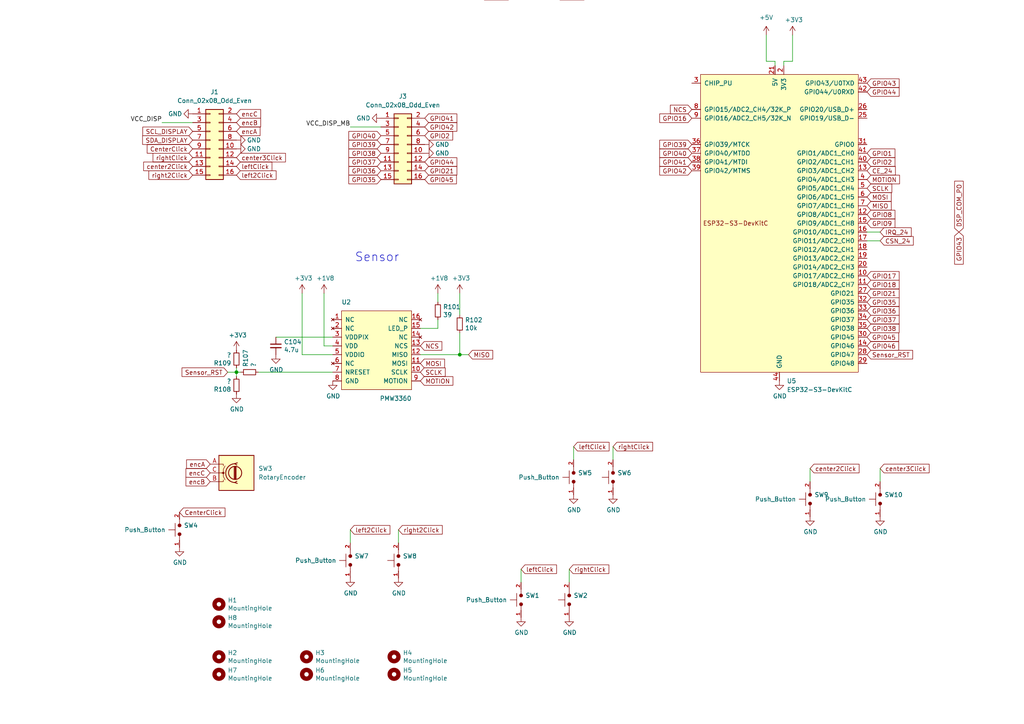
<source format=kicad_sch>
(kicad_sch (version 20250114) (generator "eeschema") (generator_version "9.0")
  (paper "A4")
  (lib_symbols
    (symbol "Connector:Conn_01x06_Pin" (pin_names (offset 1.016) (hide yes))
      (property "Reference" "J" (at 0 7.62 0))
      (property "Value" "Conn_01x06_Pin" (at 0 -10.16 0))
      (symbol "Conn_01x06_Pin_1_1"
        (pin passive line (at 5.08 5.08 180) (length 3.81) (name "Pin_1") (number "1"))
        (pin passive line (at 5.08 2.54 180) (length 3.81) (name "Pin_2") (number "2"))
        (pin passive line (at 5.08 0 180) (length 3.81) (name "Pin_3") (number "3"))
        (pin passive line (at 5.08 -2.54 180) (length 3.81) (name "Pin_4") (number "4"))
        (pin passive line (at 5.08 -5.08 180) (length 3.81) (name "Pin_5") (number "5"))
        (pin passive line (at 5.08 -7.62 180) (length 3.81) (name "Pin_6") (number "6"))
      )
    )
    (symbol "Connector_Generic:Conn_01x02" (pin_names (offset 1.016) (hide yes))
      (property "Reference" "J" (at 0 2.54 0))
      (property "Value" "Conn_01x02" (at 0 -5.08 0))
      (symbol "Conn_01x02_1_1"
        (pin passive line (at -5.08 0 0) (length 3.81) (name "Pin_1") (number "1"))
        (pin passive line (at -5.08 -2.54 0) (length 3.81) (name "Pin_2") (number "2"))
      )
    )
    (symbol "Connector_Generic:Conn_02x08_Odd_Even" (pin_names (offset 1.016) (hide yes))
      (property "Reference" "J" (at 1.27 10.16 0))
      (property "Value" "Conn_02x08_Odd_Even" (at 1.27 -12.7 0))
      (symbol "Conn_02x08_Odd_Even_1_1"
        (pin passive line (at -5.08 7.62 0) (length 3.81) (name "Pin_1") (number "1"))
        (pin passive line (at -5.08 5.08 0) (length 3.81) (name "Pin_3") (number "3"))
        (pin passive line (at -5.08 2.54 0) (length 3.81) (name "Pin_5") (number "5"))
        (pin passive line (at -5.08 0 0) (length 3.81) (name "Pin_7") (number "7"))
        (pin passive line (at -5.08 -2.54 0) (length 3.81) (name "Pin_9") (number "9"))
        (pin passive line (at -5.08 -5.08 0) (length 3.81) (name "Pin_11") (number "11"))
        (pin passive line (at -5.08 -7.62 0) (length 3.81) (name "Pin_13") (number "13"))
        (pin passive line (at -5.08 -10.16 0) (length 3.81) (name "Pin_15") (number "15"))
        (pin passive line (at 7.62 7.62 180) (length 3.81) (name "Pin_2") (number "2"))
        (pin passive line (at 7.62 5.08 180) (length 3.81) (name "Pin_4") (number "4"))
        (pin passive line (at 7.62 2.54 180) (length 3.81) (name "Pin_6") (number "6"))
        (pin passive line (at 7.62 0 180) (length 3.81) (name "Pin_8") (number "8"))
        (pin passive line (at 7.62 -2.54 180) (length 3.81) (name "Pin_10") (number "10"))
        (pin passive line (at 7.62 -5.08 180) (length 3.81) (name "Pin_12") (number "12"))
        (pin passive line (at 7.62 -7.62 180) (length 3.81) (name "Pin_14") (number "14"))
        (pin passive line (at 7.62 -10.16 180) (length 3.81) (name "Pin_16") (number "16"))
      )
    )
    (symbol "Device:C" (pin_numbers (hide yes)) (pin_names (offset 0.254))
      (property "Reference" "C" (at 0.635 2.54 0))
      (property "Value" "C" (at 0.635 -2.54 0))
      (symbol "C_1_1"
        (pin passive line (at 0 3.81 270) (length 2.794) (name "~") (number "1"))
        (pin passive line (at 0 -3.81 90) (length 2.794) (name "~") (number "2"))
      )
    )
    (symbol "Device:C_Small" (pin_numbers (hide yes)) (pin_names (offset 0.254) (hide yes))
      (property "Reference" "C" (at 0.254 1.778 0))
      (property "Value" "C_Small" (at 0.254 -2.032 0))
      (symbol "C_Small_1_1"
        (pin passive line (at 0 2.54 270) (length 2.032) (name "~") (number "1"))
        (pin passive line (at 0 -2.54 90) (length 2.032) (name "~") (number "2"))
      )
    )
    (symbol "Device:R_Small" (pin_numbers (hide yes)) (pin_names (offset 0.254) (hide yes))
      (property "Reference" "R" (at 0.762 0.508 0))
      (property "Value" "R_Small" (at 0.762 -1.016 0))
      (symbol "R_Small_1_1"
        (pin passive line (at 0 2.54 270) (length 0.762) (name "~") (number "1"))
        (pin passive line (at 0 -2.54 90) (length 0.762) (name "~") (number "2"))
      )
    )
    (symbol "Device:RotaryEncoder" (pin_names (offset 0.254) (hide yes))
      (property "Reference" "SW" (at 0 6.604 0))
      (property "Value" "RotaryEncoder" (at 0 -6.604 0))
      (symbol "RotaryEncoder_1_1"
        (pin passive line (at -7.62 2.54 0) (length 2.54) (name "A") (number "A"))
        (pin passive line (at -7.62 0 0) (length 2.54) (name "C") (number "C"))
        (pin passive line (at -7.62 -2.54 0) (length 2.54) (name "B") (number "B"))
      )
    )
    (symbol "Mechanical:MountingHole" (pin_names (offset 1.016)) (exclude_from_sim yes) (in_bom no)
      (property "Reference" "H" (at 0 5.08 0))
      (property "Value" "MountingHole" (at 0 3.175 0))
    )
    (symbol "PCM_Espressif:ESP32-S3-DevKitC" (pin_names (offset 1.016))
      (property "Reference" "U" (at -22.86 48.26 0))
      (property "Value" "ESP32-S3-DevKitC" (at -22.86 45.72 0))
      (symbol "ESP32-S3-DevKitC_0_0"
        (text "ESP32-S3-DevKitC" (at -12.7 0 0) (effects (font (size 1.27 1.27))))
        (pin bidirectional line (at -25.4 15.24 0) (length 2.54) (name "GPIO42/MTMS") (number "39"))
        (pin power_in line (at 0 -45.72 90) (length 2.54) (name "GND") (number "44"))
        (pin bidirectional line (at 25.4 40.64 180) (length 2.54) (name "GPIO43/U0TXD") (number "43"))
        (pin bidirectional line (at 25.4 38.1 180) (length 2.54) (name "GPIO44/U0RXD") (number "42"))
        (pin bidirectional line (at 25.4 20.32 180) (length 2.54) (name "GPIO1/ADC1_CH0") (number "41"))
        (pin bidirectional line (at 25.4 17.78 180) (length 2.54) (name "GPIO2/ADC1_CH1") (number "40"))
        (pin bidirectional line (at 25.4 -10.16 180) (length 2.54) (name "GPIO13/ADC2_CH2") (number "19"))
        (pin bidirectional line (at 25.4 -35.56 180) (length 2.54) (name "GPIO46") (number "14"))
      )
      (symbol "ESP32-S3-DevKitC_0_1"
        (pin power_in line (at 1.27 45.72 270) (length 2.54) (name "3V3") (number "2"))
      )
      (symbol "ESP32-S3-DevKitC_1_1"
        (pin input line (at -25.4 40.64 0) (length 2.54) (name "CHIP_PU") (number "3"))
        (pin bidirectional line (at -25.4 33.02 0) (length 2.54) (name "GPIO15/ADC2_CH4/32K_P") (number "8"))
        (pin bidirectional line (at -25.4 30.48 0) (length 2.54) (name "GPIO16/ADC2_CH5/32K_N") (number "9"))
        (pin bidirectional line (at -25.4 22.86 0) (length 2.54) (name "GPIO39/MTCK") (number "36"))
        (pin bidirectional line (at -25.4 20.32 0) (length 2.54) (name "GPIO40/MTDO") (number "37"))
        (pin bidirectional line (at -25.4 17.78 0) (length 2.54) (name "GPIO41/MTDI") (number "38"))
        (pin power_in line (at -1.27 45.72 270) (length 2.54) (name "5V") (number "21"))
        (pin passive line (at 0 -45.72 90) (length 2.54) (hide yes) (name "GND") (number "22"))
        (pin passive line (at 0 -45.72 90) (length 2.54) (hide yes) (name "GND") (number "23"))
        (pin passive line (at 0 -45.72 90) (length 2.54) (hide yes) (name "GND") (number "24"))
        (pin passive line (at 1.27 45.72 270) (length 2.54) (hide yes) (name "3V3") (number "1"))
        (pin bidirectional line (at 25.4 33.02 180) (length 2.54) (name "GPIO20/USB_D+") (number "26"))
        (pin bidirectional line (at 25.4 30.48 180) (length 2.54) (name "GPIO19/USB_D-") (number "25"))
        (pin bidirectional line (at 25.4 22.86 180) (length 2.54) (name "GPIO0") (number "31"))
        (pin bidirectional line (at 25.4 15.24 180) (length 2.54) (name "GPIO3/ADC1_CH2") (number "13"))
        (pin bidirectional line (at 25.4 12.7 180) (length 2.54) (name "GPIO4/ADC1_CH3") (number "4"))
        (pin bidirectional line (at 25.4 10.16 180) (length 2.54) (name "GPIO5/ADC1_CH4") (number "5"))
        (pin bidirectional line (at 25.4 7.62 180) (length 2.54) (name "GPIO6/ADC1_CH5") (number "6"))
        (pin bidirectional line (at 25.4 5.08 180) (length 2.54) (name "GPIO7/ADC1_CH6") (number "7"))
        (pin bidirectional line (at 25.4 2.54 180) (length 2.54) (name "GPIO8/ADC1_CH7") (number "12"))
        (pin bidirectional line (at 25.4 0 180) (length 2.54) (name "GPIO9/ADC1_CH8") (number "15"))
        (pin bidirectional line (at 25.4 -2.54 180) (length 2.54) (name "GPIO10/ADC1_CH9") (number "16"))
        (pin bidirectional line (at 25.4 -5.08 180) (length 2.54) (name "GPIO11/ADC2_CH0") (number "17"))
        (pin bidirectional line (at 25.4 -7.62 180) (length 2.54) (name "GPIO12/ADC2_CH1") (number "18"))
        (pin bidirectional line (at 25.4 -12.7 180) (length 2.54) (name "GPIO14/ADC2_CH3") (number "20"))
        (pin bidirectional line (at 25.4 -15.24 180) (length 2.54) (name "GPIO17/ADC2_CH6") (number "10"))
        (pin bidirectional line (at 25.4 -17.78 180) (length 2.54) (name "GPIO18/ADC2_CH7") (number "11"))
        (pin bidirectional line (at 25.4 -20.32 180) (length 2.54) (name "GPIO21") (number "27"))
        (pin bidirectional line (at 25.4 -22.86 180) (length 2.54) (name "GPIO35") (number "32"))
        (pin bidirectional line (at 25.4 -25.4 180) (length 2.54) (name "GPIO36") (number "33"))
        (pin bidirectional line (at 25.4 -27.94 180) (length 2.54) (name "GPIO37") (number "34"))
        (pin bidirectional line (at 25.4 -30.48 180) (length 2.54) (name "GPIO38") (number "35"))
        (pin bidirectional line (at 25.4 -33.02 180) (length 2.54) (name "GPIO45") (number "30"))
        (pin bidirectional line (at 25.4 -38.1 180) (length 2.54) (name "GPIO47") (number "28"))
        (pin bidirectional line (at 25.4 -40.64 180) (length 2.54) (name "GPIO48") (number "29"))
      )
    )
    (symbol "PCM_SL_Devices:Push_Button"
      (property "Reference" "SW" (at 0 6.35 0))
      (property "Value" "Push_Button" (at 0 4.445 0))
      (symbol "Push_Button_1_1"
        (pin passive line (at -5.08 0 0) (length 2) (name "") (number "1"))
        (pin passive line (at 5.08 0 180) (length 2) (name "") (number "2"))
      )
    )
    (symbol "PCM_Voltage_Regulator_AKL:AP130-33SA"
      (property "Reference" "U" (at 0 6.35 0))
      (property "Value" "AP130-33SA" (at 0 3.81 0))
      (symbol "AP130-33SA_0_0"
        (text "GND" (at 0 -2.54 0) (effects (font (size 1.27 1.27))))
      )
      (symbol "AP130-33SA_1_1"
        (pin power_in line (at -7.62 0 0) (length 2.54) (name "IN") (number "3"))
        (pin power_in line (at 0 -6.35 90) (length 2.54) (name "~") (number "1"))
        (pin power_out line (at 7.62 0 180) (length 2.54) (name "OUT") (number "2"))
      )
    )
    (symbol "PMW3360:PMW3360" (pin_names (offset 1.016))
      (property "Reference" "U" (at -10.16 15.24 0))
      (property "Value" "PMW3360" (at 10.16 -12.7 0))
      (symbol "PMW3360_0_0"
        (pin no_connect line (at -12.7 10.16 0) (length 2.54) (name "NC") (number "1"))
        (pin no_connect line (at -12.7 7.62 0) (length 2.54) (name "NC") (number "2"))
        (pin unspecified line (at -12.7 5.08 0) (length 2.54) (name "VDDPIX") (number "3"))
        (pin unspecified line (at -12.7 2.54 0) (length 2.54) (name "VDD") (number "4"))
        (pin unspecified line (at -12.7 0 0) (length 2.54) (name "VDDIO") (number "5"))
        (pin no_connect line (at -12.7 -2.54 0) (length 2.54) (name "NC") (number "6"))
        (pin unspecified line (at -12.7 -5.08 0) (length 2.54) (name "NRESET") (number "7"))
        (pin unspecified line (at -12.7 -7.62 0) (length 2.54) (name "GND") (number "8"))
        (pin no_connect line (at 12.7 10.16 180) (length 2.54) (name "NC") (number "16"))
        (pin unspecified line (at 12.7 7.62 180) (length 2.54) (name "LED_P") (number "15"))
        (pin no_connect line (at 12.7 5.08 180) (length 2.54) (name "NC") (number "14"))
        (pin unspecified line (at 12.7 2.54 180) (length 2.54) (name "NCS") (number "13"))
        (pin unspecified line (at 12.7 0 180) (length 2.54) (name "MISO") (number "12"))
        (pin unspecified line (at 12.7 -2.54 180) (length 2.54) (name "MOSI") (number "11"))
        (pin unspecified line (at 12.7 -5.08 180) (length 2.54) (name "SCLK") (number "10"))
        (pin unspecified line (at 12.7 -7.62 180) (length 2.54) (name "MOTION") (number "9"))
      )
    )
    (symbol "RF:NRF24L01_Breakout" (pin_names (offset 1.016))
      (property "Reference" "U" (at -8.89 12.7 0))
      (property "Value" "NRF24L01_Breakout" (at 3.81 12.7 0))
      (symbol "NRF24L01_Breakout_1_1"
        (pin input line (at -12.7 7.62 0) (length 3.81) (name "MOSI") (number "6"))
        (pin output line (at -12.7 5.08 0) (length 3.81) (name "MISO") (number "7"))
        (pin input clock (at -12.7 2.54 0) (length 3.81) (name "SCK") (number "5"))
        (pin input line (at -12.7 0 0) (length 3.81) (name "~{CSN}") (number "4"))
        (pin input line (at -12.7 -5.08 0) (length 3.81) (name "CE") (number "3"))
        (pin output line (at -12.7 -7.62 0) (length 3.81) (name "IRQ") (number "8"))
        (pin power_in line (at 0 15.24 270) (length 3.81) (name "VCC") (number "2"))
        (pin power_in line (at 0 -15.24 90) (length 3.81) (name "GND") (number "1"))
      )
    )
    (symbol "Regulator_Linear:TLV70218_SOT23-5" (pin_names (offset 0.254))
      (property "Reference" "U" (at -3.81 5.715 0))
      (property "Value" "TLV70218_SOT23-5" (at 0 5.715 0))
      (symbol "TLV70218_SOT23-5_1_1"
        (pin power_in line (at -7.62 2.54 0) (length 2.54) (name "IN") (number "1"))
        (pin input line (at -7.62 0 0) (length 2.54) (name "EN") (number "3"))
        (pin power_in line (at 0 -7.62 90) (length 2.54) (name "GND") (number "2"))
        (pin no_connect line (at 5.08 0 180) (length 2.54) (hide yes) (name "NC") (number "4"))
        (pin power_out line (at 7.62 2.54 180) (length 2.54) (name "OUT") (number "5"))
      )
    )
    (symbol "Regulator_Linear:TLV73333PDBV" (pin_names (offset 0.254))
      (property "Reference" "U" (at -3.81 5.715 0))
      (property "Value" "TLV73333PDBV" (at 0 5.715 0))
      (symbol "TLV73333PDBV_1_1"
        (pin power_in line (at -7.62 2.54 0) (length 2.54) (name "IN") (number "1"))
        (pin input line (at -7.62 0 0) (length 2.54) (name "EN") (number "3"))
        (pin power_in line (at 0 -7.62 90) (length 2.54) (name "GND") (number "2"))
        (pin no_connect line (at 5.08 0 180) (length 2.54) (hide yes) (name "NC") (number "4"))
        (pin power_out line (at 7.62 2.54 180) (length 2.54) (name "OUT") (number "5"))
      )
    )
    (symbol "SSD1306-128x64_OLED:SSD1306" (pin_names (offset 1.016))
      (property "Reference" "Brd" (at 0 -3.81 0))
      (property "Value" "SSD1306" (at 0 -1.27 0))
      (symbol "SSD1306_1_1"
        (pin input line (at -3.81 8.89 270) (length 2.54) (name "GND") (number "1"))
        (pin input line (at -1.27 8.89 270) (length 2.54) (name "VCC") (number "2"))
        (pin input line (at 1.27 8.89 270) (length 2.54) (name "SCL") (number "3"))
        (pin input line (at 3.81 8.89 270) (length 2.54) (name "SDA") (number "4"))
      )
    )
    (symbol "Trackball-rescue:+1V8-power" (power) (pin_names (offset 0))
      (property "Value" "power_+1V8" (at 0 3.556 0))
      (symbol "+1V8-power_1_1"
        (pin power_in line (at 0 0 90) (length 0) (hide yes) (name "+1V8") (number "1"))
      )
    )
    (symbol "Trackball-rescue:+3V3-power" (power) (pin_names (offset 0))
      (property "Value" "power_+3V3" (at 0 3.556 0))
      (symbol "+3V3-power_1_1"
        (pin power_in line (at 0 0 90) (length 0) (hide yes) (name "+3V3") (number "1"))
      )
    )
    (symbol "Trackball-rescue:GND-power" (power) (pin_names (offset 0))
      (property "Value" "power_GND" (at 0 -3.81 0))
      (symbol "GND-power_1_1"
        (pin power_in line (at 0 0 270) (length 0) (hide yes) (name "GND") (number "1"))
      )
    )
    (symbol "Transistor_FET:BSS83P" (pin_names (hide yes))
      (property "Reference" "Q" (at 5.08 1.905 0))
      (property "Value" "BSS83P" (at 5.08 0 0))
      (symbol "BSS83P_1_1"
        (pin input line (at -5.08 0 0) (length 2.54) (name "G") (number "1"))
        (pin passive line (at 2.54 5.08 270) (length 2.54) (name "D") (number "3"))
        (pin passive line (at 2.54 -5.08 90) (length 2.54) (name "S") (number "2"))
      )
    )
    (symbol "power:+5V" (power) (pin_numbers (hide yes)) (pin_names (offset 0) (hide yes))
      (property "Value" "+5V" (at 0 3.556 0))
      (symbol "+5V_1_1"
        (pin power_in line (at 0 0 90) (length 0) (name "~") (number "1"))
      )
    )
    (symbol "power:GND" (power) (pin_numbers (hide yes)) (pin_names (offset 0) (hide yes))
      (property "Value" "GND" (at 0 -3.81 0))
      (symbol "GND_1_1"
        (pin power_in line (at 0 0 270) (length 0) (name "~") (number "1"))
      )
    )
  )
  (text "Power" (at 41.148 -176.53 0) (effects (font (size 2.54 2.54)) (justify left bottom)))
  (text "Sensor" (at 102.87 76.2 0) (effects (font (size 2.54 2.54)) (justify left bottom)))
  (junction (at 96.52 -127))
  (junction (at 107.95 -138.43))
  (junction (at 31.75 -137.16))
  (junction (at 302.26 -43.18))
  (junction (at 54.61 -156.21))
  (junction (at 107.95 -158.75))
  (junction (at 35.56 -137.16))
  (junction (at 133.35 102.87))
  (junction (at 31.75 -156.21))
  (junction (at 88.9 -138.43))
  (junction (at 85.09 -158.75))
  (junction (at 68.58 107.95))
  (junction (at 54.61 -137.16))
  (junction (at 85.09 -138.43))
  (junction (at 43.18 -125.73))
  (wire (pts (xy 222.25 10.16) (xy 222.25 17.78)))
  (wire (pts (xy 133.35 85.09) (xy 133.35 91.44)))
  (wire (pts (xy 411.48 -26.67) (xy 411.48 -30.48)))
  (wire (pts (xy 121.92 95.25) (xy 127 95.25)))
  (wire (pts (xy 96.52 102.87) (xy 87.63 102.87)))
  (wire (pts (xy 85.09 -158.75) (xy 87.63 -158.75)))
  (wire (pts (xy 85.09 -158.75) (xy 85.09 -138.43)))
  (wire (pts (xy -13.97 -146.05) (xy -3.81 -146.05)))
  (wire (pts (xy 31.75 -125.73) (xy 43.18 -125.73)))
  (wire (pts (xy 410.21 -24.13) (xy 415.29 -24.13)))
  (wire (pts (xy -13.97 -140.97) (xy 11.43 -140.97)))
  (wire (pts (xy 222.25 17.78) (xy 224.79 17.78)))
  (wire (pts (xy 127 87.63) (xy 127 85.09)))
  (wire (pts (xy 107.95 -133.35) (xy 107.95 -127)))
  (wire (pts (xy 165.1 165.1) (xy 165.1 168.91)))
  (wire (pts (xy 151.13 165.1) (xy 151.13 168.91)))
  (wire (pts (xy 288.29 -43.18) (xy 292.1 -43.18)))
  (wire (pts (xy 31.75 -132.08) (xy 31.75 -125.73)))
  (wire (pts (xy 110.49 36.83) (xy 101.6 36.83)))
  (wire (pts (xy 177.8 129.54) (xy 177.8 133.35)))
  (wire (pts (xy 95.25 -48.26) (xy 95.25 -40.64)))
  (wire (pts (xy 86.36 -33.02) (xy 90.17 -33.02)))
  (wire (pts (xy 31.75 -156.21) (xy 35.56 -156.21)))
  (wire (pts (xy 127 95.25) (xy 127 92.71)))
  (wire (pts (xy 69.85 107.95) (xy 68.58 107.95)))
  (wire (pts (xy 55.88 35.56) (xy 46.99 35.56)))
  (wire (pts (xy 93.98 100.33) (xy 93.98 85.09)))
  (wire (pts (xy -13.97 -138.43) (xy 11.43 -138.43)))
  (wire (pts (xy 101.6 153.67) (xy 101.6 157.48)))
  (wire (pts (xy 54.61 -156.21) (xy 54.61 -137.16)))
  (wire (pts (xy 86.36 -41.91) (xy 86.36 -33.02)))
  (wire (pts (xy 68.58 107.95) (xy 68.58 106.68)))
  (wire (pts (xy 31.75 -156.21) (xy 31.75 -137.16)))
  (wire (pts (xy 133.35 96.52) (xy 133.35 102.87)))
  (wire (pts (xy 102.87 -158.75) (xy 107.95 -158.75)))
  (wire (pts (xy 68.58 107.95) (xy 68.58 109.22)))
  (wire (pts (xy 96.52 -128.27) (xy 96.52 -127)))
  (wire (pts (xy 410.21 -27.94) (xy 410.21 -24.13)))
  (wire (pts (xy 85.09 -138.43) (xy 88.9 -138.43)))
  (wire (pts (xy -13.97 -143.51) (xy 11.43 -143.51)))
  (wire (pts (xy 107.95 -127) (xy 96.52 -127)))
  (wire (pts (xy 88.9 -135.89) (xy 88.9 -138.43)))
  (wire (pts (xy 74.93 107.95) (xy 96.52 107.95)))
  (wire (pts (xy 408.94 -27.94) (xy 410.21 -27.94)))
  (wire (pts (xy -13.97 -148.59) (xy -3.81 -148.59)))
  (wire (pts (xy 54.61 -132.08) (xy 54.61 -125.73)))
  (wire (pts (xy 326.39 -43.18) (xy 326.39 -39.37)))
  (wire (pts (xy 85.09 -165.1) (xy 85.09 -158.75)))
  (wire (pts (xy 227.33 17.78) (xy 227.33 19.05)))
  (wire (pts (xy 297.18 -58.42) (xy 297.18 -50.8)))
  (wire (pts (xy 43.18 -125.73) (xy 43.18 -124.46)))
  (wire (pts (xy 234.95 135.89) (xy 234.95 139.7)))
  (wire (pts (xy 96.52 -127) (xy 96.52 -125.73)))
  (wire (pts (xy 255.27 67.31) (xy 251.46 67.31)))
  (wire (pts (xy 50.8 -137.16) (xy 54.61 -137.16)))
  (wire (pts (xy 224.79 17.78) (xy 224.79 19.05)))
  (wire (pts (xy 107.95 -165.1) (xy 107.95 -158.75)))
  (wire (pts (xy 121.92 102.87) (xy 133.35 102.87)))
  (wire (pts (xy 54.61 -125.73) (xy 43.18 -125.73)))
  (wire (pts (xy 96.52 100.33) (xy 93.98 100.33)))
  (wire (pts (xy 87.63 102.87) (xy 87.63 85.09)))
  (wire (pts (xy 408.94 -30.48) (xy 411.48 -30.48)))
  (wire (pts (xy 229.87 10.16) (xy 229.87 17.78)))
  (wire (pts (xy 31.75 -137.16) (xy 35.56 -137.16)))
  (wire (pts (xy 107.95 -158.75) (xy 107.95 -138.43)))
  (wire (pts (xy 415.29 -26.67) (xy 411.48 -26.67)))
  (wire (pts (xy -13.97 -135.89) (xy 11.43 -135.89)))
  (wire (pts (xy 85.09 -133.35) (xy 85.09 -127)))
  (wire (pts (xy 229.87 17.78) (xy 227.33 17.78)))
  (wire (pts (xy 85.09 -127) (xy 96.52 -127)))
  (wire (pts (xy 104.14 -138.43) (xy 107.95 -138.43)))
  (wire (pts (xy 43.18 -127) (xy 43.18 -125.73)))
  (wire (pts (xy 80.01 97.79) (xy 96.52 97.79)))
  (wire (pts (xy 66.04 107.95) (xy 68.58 107.95)))
  (wire (pts (xy 166.37 129.54) (xy 166.37 133.35)))
  (wire (pts (xy 31.75 -163.83) (xy 31.75 -156.21)))
  (wire (pts (xy 255.27 69.85) (xy 251.46 69.85)))
  (wire (pts (xy 288.29 -52.07) (xy 288.29 -43.18)))
  (wire (pts (xy 133.35 102.87) (xy 135.89 102.87)))
  (wire (pts (xy 100.33 -33.02) (xy 109.22 -33.02)))
  (wire (pts (xy 302.26 -43.18) (xy 326.39 -43.18)))
  (wire (pts (xy 50.8 -156.21) (xy 54.61 -156.21)))
  (wire (pts (xy 54.61 -162.56) (xy 54.61 -156.21)))
  (wire (pts (xy 115.57 153.67) (xy 115.57 157.48)))
  (wire (pts (xy 35.56 -134.62) (xy 35.56 -137.16)))
  (wire (pts (xy 255.27 135.89) (xy 255.27 139.7)))
  (label "VCC_DISP" (at 46.99 35.56 180))
  (label "VCC_DISP_MB" (at 101.6 36.83 180))
  (global_label "VCC_DISP_MB" (shape input) (at 109.22 -33.02 0) (property "Intersheetrefs" "${INTERSHEET_REFS}" (effects (hide yes))))
  (global_label "GPIO37" (shape input) (at 110.49 46.99 180) (property "Intersheetrefs" "${INTERSHEET_REFS}" (effects (hide yes))))
  (global_label "GPIO21" (shape input) (at 251.46 85.09 0) (property "Intersheetrefs" "${INTERSHEET_REFS}" (effects (hide yes))))
  (global_label "encB" (shape input) (at 60.96 139.7 180) (property "Intersheetrefs" "${INTERSHEET_REFS}" (effects (hide yes))))
  (global_label "GPIO44" (shape input) (at 251.46 26.67 0) (property "Intersheetrefs" "${INTERSHEET_REFS}" (effects (hide yes))))
  (global_label "GPIO35" (shape input) (at 251.46 87.63 0) (property "Intersheetrefs" "${INTERSHEET_REFS}" (effects (hide yes))))
  (global_label "center3Click" (shape input) (at 255.27 135.89 0) (property "Intersheetrefs" "${INTERSHEET_REFS}" (effects (hide yes))))
  (global_label "B+" (shape input) (at 11.43 -138.43 0) (property "Intersheetrefs" "${INTERSHEET_REFS}" (effects (hide yes))))
  (global_label "Sensor_RST" (shape input) (at 251.46 102.87 0) (property "Intersheetrefs" "${INTERSHEET_REFS}" (effects (hide yes))))
  (global_label "NCS" (shape input) (at 200.66 31.75 180) (property "Intersheetrefs" "${INTERSHEET_REFS}" (effects (hide yes))))
  (global_label "GPIO37" (shape input) (at 251.46 92.71 0) (property "Intersheetrefs" "${INTERSHEET_REFS}" (effects (hide yes))))
  (global_label "GPIO10" (shape input) (at 161.29 -3.81 0) (property "Intersheetrefs" "${INTERSHEET_REFS}" (effects (hide yes))))
  (global_label "SCLK" (shape input) (at 251.46 54.61 0) (property "Intersheetrefs" "${INTERSHEET_REFS}" (effects (hide yes))))
  (global_label "GPIO8" (shape input) (at 251.46 62.23 0) (property "Intersheetrefs" "${INTERSHEET_REFS}" (effects (hide yes))))
  (global_label "GPIO41" (shape input) (at 123.19 34.29 0) (property "Intersheetrefs" "${INTERSHEET_REFS}" (effects (hide yes))))
  (global_label "encB" (shape input) (at 68.58 35.56 0) (property "Intersheetrefs" "${INTERSHEET_REFS}" (effects (hide yes))))
  (global_label "SDA_DISPLAY" (shape input) (at 408.94 -30.48 180) (property "Intersheetrefs" "${INTERSHEET_REFS}" (effects (hide yes))))
  (global_label "GPI045" (shape input) (at 251.46 97.79 0) (property "Intersheetrefs" "${INTERSHEET_REFS}" (effects (hide yes))))
  (global_label "encC" (shape input) (at 60.96 137.16 180) (property "Intersheetrefs" "${INTERSHEET_REFS}" (effects (hide yes))))
  (global_label "GPIO45" (shape input) (at 148.59 -3.81 180) (property "Intersheetrefs" "${INTERSHEET_REFS}" (effects (hide yes))))
  (global_label "right2Click" (shape input) (at 55.88 50.8 180) (property "Intersheetrefs" "${INTERSHEET_REFS}" (effects (hide yes))))
  (global_label "GPIO25" (shape input) (at 161.29 -6.35 0) (property "Intersheetrefs" "${INTERSHEET_REFS}" (effects (hide yes))))
  (global_label "leftClick" (shape input) (at 151.13 165.1 0) (property "Intersheetrefs" "${INTERSHEET_REFS}" (effects (hide yes))))
  (global_label "encA" (shape input) (at 68.58 38.1 0) (property "Intersheetrefs" "${INTERSHEET_REFS}" (effects (hide yes))))
  (global_label "OUT+" (shape input) (at 11.43 -143.51 0) (property "Intersheetrefs" "${INTERSHEET_REFS}" (effects (hide yes))))
  (global_label "center2Click" (shape input) (at 234.95 135.89 0) (property "Intersheetrefs" "${INTERSHEET_REFS}" (effects (hide yes))))
  (global_label "DSP_COM_PO" (shape input) (at 278.13 67.31 90) (property "Intersheetrefs" "${INTERSHEET_REFS}" (effects (hide yes))))
  (global_label "CSN_24" (shape input) (at 255.27 69.85 0) (property "Intersheetrefs" "${INTERSHEET_REFS}" (effects (hide yes))))
  (global_label "leftClick" (shape input) (at 68.58 48.26 0) (property "Intersheetrefs" "${INTERSHEET_REFS}" (effects (hide yes))))
  (global_label "encC" (shape input) (at 68.58 33.02 0) (property "Intersheetrefs" "${INTERSHEET_REFS}" (effects (hide yes))))
  (global_label "OUT+" (shape input) (at 31.75 -163.83 90) (property "Intersheetrefs" "${INTERSHEET_REFS}" (effects (hide yes))))
  (global_label "GPIO40" (shape input) (at 200.66 44.45 180) (property "Intersheetrefs" "${INTERSHEET_REFS}" (effects (hide yes))))
  (global_label "center2Click" (shape input) (at 55.88 48.26 180) (property "Intersheetrefs" "${INTERSHEET_REFS}" (effects (hide yes))))
  (global_label "GPIO42" (shape input) (at 200.66 49.53 180) (property "Intersheetrefs" "${INTERSHEET_REFS}" (effects (hide yes))))
  (global_label "B+" (shape input) (at 1.27 -124.46 180) (property "Intersheetrefs" "${INTERSHEET_REFS}" (effects (hide yes))))
  (global_label "GPIO9" (shape input) (at 251.46 64.77 0) (property "Intersheetrefs" "${INTERSHEET_REFS}" (effects (hide yes))))
  (global_label "GPIO40" (shape input) (at 110.49 39.37 180) (property "Intersheetrefs" "${INTERSHEET_REFS}" (effects (hide yes))))
  (global_label "B-" (shape input) (at 11.43 -135.89 0) (property "Intersheetrefs" "${INTERSHEET_REFS}" (effects (hide yes))))
  (global_label "encA" (shape input) (at 60.96 134.62 180) (property "Intersheetrefs" "${INTERSHEET_REFS}" (effects (hide yes))))
  (global_label "B-" (shape input) (at 1.27 -127 180) (property "Intersheetrefs" "${INTERSHEET_REFS}" (effects (hide yes))))
  (global_label "Sensor_RST" (shape input) (at 66.04 107.95 180) (property "Intersheetrefs" "${INTERSHEET_REFS}" (effects (hide yes))))
  (global_label "GPIO41" (shape input) (at 200.66 46.99 180) (property "Intersheetrefs" "${INTERSHEET_REFS}" (effects (hide yes))))
  (global_label "CE_24" (shape input) (at 313.69 -19.05 180) (property "Intersheetrefs" "${INTERSHEET_REFS}" (effects (hide yes))))
  (global_label "MISO" (shape input) (at 135.89 102.87 0) (property "Intersheetrefs" "${INTERSHEET_REFS}" (effects (hide yes))))
  (global_label "DSP_COM_PO" (shape input) (at 95.25 -48.26 90) (property "Intersheetrefs" "${INTERSHEET_REFS}" (effects (hide yes))))
  (global_label "GPIO18" (shape input) (at 251.46 82.55 0) (property "Intersheetrefs" "${INTERSHEET_REFS}" (effects (hide yes))))
  (global_label "left2Click" (shape input) (at 68.58 50.8 0) (property "Intersheetrefs" "${INTERSHEET_REFS}" (effects (hide yes))))
  (global_label "GPIO37" (shape input) (at 148.59 -6.35 180) (property "Intersheetrefs" "${INTERSHEET_REFS}" (effects (hide yes))))
  (global_label "GPI045" (shape input) (at 123.19 52.07 0) (property "Intersheetrefs" "${INTERSHEET_REFS}" (effects (hide yes))))
  (global_label "GPIO42" (shape input) (at 123.19 36.83 0) (property "Intersheetrefs" "${INTERSHEET_REFS}" (effects (hide yes))))
  (global_label "CenterClick" (shape input) (at 52.07 148.59 0) (property "Intersheetrefs" "${INTERSHEET_REFS}" (effects (hide yes))))
  (global_label "GPIO38" (shape input) (at 251.46 95.25 0) (property "Intersheetrefs" "${INTERSHEET_REFS}" (effects (hide yes))))
  (global_label "MOTION" (shape input) (at 121.92 110.49 0) (property "Intersheetrefs" "${INTERSHEET_REFS}" (effects (hide yes))))
  (global_label "GPIO38" (shape input) (at 110.49 44.45 180) (property "Intersheetrefs" "${INTERSHEET_REFS}" (effects (hide yes))))
  (global_label "GPIO36" (shape input) (at 110.49 49.53 180) (property "Intersheetrefs" "${INTERSHEET_REFS}" (effects (hide yes))))
  (global_label "SCLK" (shape input) (at 313.69 -26.67 180) (property "Intersheetrefs" "${INTERSHEET_REFS}" (effects (hide yes))))
  (global_label "SDA_DISPLAY" (shape input) (at 55.88 40.64 180) (property "Intersheetrefs" "${INTERSHEET_REFS}" (effects (hide yes))))
  (global_label "rightClick" (shape input) (at 55.88 45.72 180) (property "Intersheetrefs" "${INTERSHEET_REFS}" (effects (hide yes))))
  (global_label "GPIO35" (shape input) (at 110.49 52.07 180) (property "Intersheetrefs" "${INTERSHEET_REFS}" (effects (hide yes))))
  (global_label "GPIO39" (shape input) (at 110.49 41.91 180) (property "Intersheetrefs" "${INTERSHEET_REFS}" (effects (hide yes))))
  (global_label "GPIO1" (shape input) (at 251.46 44.45 0) (property "Intersheetrefs" "${INTERSHEET_REFS}" (effects (hide yes))))
  (global_label "GPIO43" (shape input) (at 278.13 67.31 270) (property "Intersheetrefs" "${INTERSHEET_REFS}" (effects (hide yes))))
  (global_label "center3Click" (shape input) (at 68.58 45.72 0) (property "Intersheetrefs" "${INTERSHEET_REFS}" (effects (hide yes))))
  (global_label "right2Click" (shape input) (at 115.57 153.67 0) (property "Intersheetrefs" "${INTERSHEET_REFS}" (effects (hide yes))))
  (global_label "left2Click" (shape input) (at 101.6 153.67 0) (property "Intersheetrefs" "${INTERSHEET_REFS}" (effects (hide yes))))
  (global_label "MOSI" (shape input) (at 313.69 -31.75 180) (property "Intersheetrefs" "${INTERSHEET_REFS}" (effects (hide yes))))
  (global_label "GPIO2" (shape input) (at 123.19 39.37 0) (property "Intersheetrefs" "${INTERSHEET_REFS}" (effects (hide yes))))
  (global_label "CSN_24" (shape input) (at 313.69 -24.13 180) (property "Intersheetrefs" "${INTERSHEET_REFS}" (effects (hide yes))))
  (global_label "rightClick" (shape input) (at 165.1 165.1 0) (property "Intersheetrefs" "${INTERSHEET_REFS}" (effects (hide yes))))
  (global_label "GPIO39" (shape input) (at 200.66 41.91 180) (property "Intersheetrefs" "${INTERSHEET_REFS}" (effects (hide yes))))
  (global_label "IRQ_24" (shape input) (at 255.27 67.31 0) (property "Intersheetrefs" "${INTERSHEET_REFS}" (effects (hide yes))))
  (global_label "GPIO44" (shape input) (at 123.19 46.99 0) (property "Intersheetrefs" "${INTERSHEET_REFS}" (effects (hide yes))))
  (global_label "GPIO17" (shape input) (at 251.46 80.01 0) (property "Intersheetrefs" "${INTERSHEET_REFS}" (effects (hide yes))))
  (global_label "GPIO36" (shape input) (at 251.46 90.17 0) (property "Intersheetrefs" "${INTERSHEET_REFS}" (effects (hide yes))))
  (global_label "rightClick" (shape input) (at 177.8 129.54 0) (property "Intersheetrefs" "${INTERSHEET_REFS}" (effects (hide yes))))
  (global_label "MOTION" (shape input) (at 251.46 52.07 0) (property "Intersheetrefs" "${INTERSHEET_REFS}" (effects (hide yes))))
  (global_label "MOSI" (shape input) (at 251.46 57.15 0) (property "Intersheetrefs" "${INTERSHEET_REFS}" (effects (hide yes))))
  (global_label "MOSI" (shape input) (at 121.92 105.41 0) (property "Intersheetrefs" "${INTERSHEET_REFS}" (effects (hide yes))))
  (global_label "GPIO8" (shape input) (at 161.29 -1.27 0) (property "Intersheetrefs" "${INTERSHEET_REFS}" (effects (hide yes))))
  (global_label "SCL_DISPLAY" (shape input) (at 408.94 -27.94 180) (property "Intersheetrefs" "${INTERSHEET_REFS}" (effects (hide yes))))
  (global_label "NCS" (shape input) (at 121.92 100.33 0) (property "Intersheetrefs" "${INTERSHEET_REFS}" (effects (hide yes))))
  (global_label "GPIO16" (shape input) (at 200.66 34.29 180) (property "Intersheetrefs" "${INTERSHEET_REFS}" (effects (hide yes))))
  (global_label "SCL_DISPLAY" (shape input) (at 55.88 38.1 180) (property "Intersheetrefs" "${INTERSHEET_REFS}" (effects (hide yes))))
  (global_label "CenterClick" (shape input) (at 55.88 43.18 180) (property "Intersheetrefs" "${INTERSHEET_REFS}" (effects (hide yes))))
  (global_label "VCC_NRF_MD" (shape input) (at 326.39 -43.18 0) (property "Intersheetrefs" "${INTERSHEET_REFS}" (effects (hide yes))))
  (global_label "GPIO21" (shape input) (at 123.19 49.53 0) (property "Intersheetrefs" "${INTERSHEET_REFS}" (effects (hide yes))))
  (global_label "MISO" (shape input) (at 251.46 59.69 0) (property "Intersheetrefs" "${INTERSHEET_REFS}" (effects (hide yes))))
  (global_label "CE_24" (shape input) (at 251.46 49.53 0) (property "Intersheetrefs" "${INTERSHEET_REFS}" (effects (hide yes))))
  (global_label "MISO" (shape input) (at 313.69 -29.21 180) (property "Intersheetrefs" "${INTERSHEET_REFS}" (effects (hide yes))))
  (global_label "GPIO9" (shape input) (at 148.59 -1.27 180) (property "Intersheetrefs" "${INTERSHEET_REFS}" (effects (hide yes))))
  (global_label "leftClick" (shape input) (at 166.37 129.54 0) (property "Intersheetrefs" "${INTERSHEET_REFS}" (effects (hide yes))))
  (global_label "GPI046" (shape input) (at 251.46 100.33 0) (property "Intersheetrefs" "${INTERSHEET_REFS}" (effects (hide yes))))
  (global_label "GPIO2" (shape input) (at 251.46 46.99 0) (property "Intersheetrefs" "${INTERSHEET_REFS}" (effects (hide yes))))
  (global_label "SCLK" (shape input) (at 121.92 107.95 0) (property "Intersheetrefs" "${INTERSHEET_REFS}" (effects (hide yes))))
  (global_label "NRF_COM_PO" (shape input) (at 297.18 -58.42 90) (property "Intersheetrefs" "${INTERSHEET_REFS}" (effects (hide yes))))
  (global_label "GPIO43" (shape input) (at 251.46 24.13 0) (property "Intersheetrefs" "${INTERSHEET_REFS}" (effects (hide yes))))
  (global_label "IRQ_24" (shape input) (at 313.69 -16.51 180) (property "Intersheetrefs" "${INTERSHEET_REFS}" (effects (hide yes))))
  (symbol (lib_id "PMW3360:PMW3360") (at 109.22 102.87 0) (unit 1)
    (property "Reference" "U2" (at 99.06 87.63 0) (effects (justify left)))
    (property "Value" "PMW3360" (at 119.38 115.57 0) (effects (justify right)))
    (property "Footprint" "PMW3360:PMW3360" (effects (hide yes)))
  )
  (symbol (lib_id "Device:C_Small") (at 80.01 100.33 0) (unit 1)
    (property "Reference" "C104" (at 82.3468 99.1616 0) (effects (justify left)))
    (property "Value" "4.7u" (at 82.3468 101.473 0) (effects (justify left)))
    (property "Footprint" "Capacitor_SMD:C_0805_2012Metric" (effects (hide yes)))
    (property "LCSC" "C23733" (effects (hide yes)))
  )
  (symbol (lib_id "Trackball-rescue:GND-power") (at 80.01 102.87 0) (unit 1)
    (property "Reference" "#PWR0105" (effects (hide yes)))
    (property "Value" "GND" (at 80.137 107.2642 0))
  )
  (symbol (lib_id "Trackball-rescue:+3V3-power") (at 87.63 85.09 0) (unit 1)
    (property "Reference" "#PWR0107" (effects (hide yes)))
    (property "Value" "+3V3" (at 88.011 80.6958 0))
  )
  (symbol (lib_id "Trackball-rescue:+1V8-power") (at 93.98 85.09 0) (unit 1)
    (property "Reference" "#PWR0109" (effects (hide yes)))
    (property "Value" "+1V8" (at 94.361 80.6958 0))
  )
  (symbol (lib_id "Trackball-rescue:GND-power") (at 96.52 110.49 0) (unit 1)
    (property "Reference" "#PWR0110" (effects (hide yes)))
    (property "Value" "GND" (at 96.647 114.8842 0))
  )
  (symbol (lib_id "Device:R_Small") (at 133.35 93.98 0) (unit 1)
    (property "Reference" "R102" (at 134.8486 92.8116 0) (effects (justify left)))
    (property "Value" "10k" (at 134.8486 95.123 0) (effects (justify left)))
    (property "Footprint" "Resistor_SMD:R_0805_2012Metric" (effects (hide yes)))
    (property "LCSC" "C25744" (effects (hide yes)))
  )
  (symbol (lib_id "Trackball-rescue:+3V3-power") (at 133.35 85.09 0) (unit 1)
    (property "Reference" "#PWR0116" (effects (hide yes)))
    (property "Value" "+3V3" (at 133.731 80.6958 0))
  )
  (symbol (lib_id "Trackball-rescue:+1V8-power") (at 127 85.09 0) (unit 1)
    (property "Reference" "#PWR0114" (effects (hide yes)))
    (property "Value" "+1V8" (at 127.381 80.6958 0))
  )
  (symbol (lib_id "Device:R_Small") (at 127 90.17 0) (unit 1)
    (property "Reference" "R101" (at 128.4986 89.0016 0) (effects (justify left)))
    (property "Value" "39" (at 128.4986 91.313 0) (effects (justify left)))
    (property "Footprint" "Resistor_SMD:R_0805_2012Metric" (effects (hide yes)))
    (property "LCSC" "C25110" (effects (hide yes)))
  )
  (symbol (lib_id "Mechanical:MountingHole") (at 63.5 190.5 0) (unit 1)
    (property "Reference" "H2" (at 66.04 189.3316 0) (effects (justify left)))
    (property "Value" "MountingHole" (at 66.04 191.643 0) (effects (justify left)))
    (property "Footprint" "MountingHole:MountingHole_2.2mm_M2_ISO14580" (effects (hide yes)))
  )
  (symbol (lib_id "Mechanical:MountingHole") (at 88.9 190.5 0) (unit 1)
    (property "Reference" "H3" (at 91.44 189.3316 0) (effects (justify left)))
    (property "Value" "MountingHole" (at 91.44 191.643 0) (effects (justify left)))
    (property "Footprint" "MountingHole:MountingHole_2.2mm_M2_ISO14580" (effects (hide yes)))
  )
  (symbol (lib_id "Mechanical:MountingHole") (at 114.3 190.5 0) (unit 1)
    (property "Reference" "H4" (at 116.84 189.3316 0) (effects (justify left)))
    (property "Value" "MountingHole" (at 116.84 191.643 0) (effects (justify left)))
    (property "Footprint" "MountingHole:MountingHole_2.2mm_M2_ISO14580" (effects (hide yes)))
  )
  (symbol (lib_id "Transistor_FET:BSS83P") (at 297.18 -45.72 270) (unit 1)
    (property "Reference" "Q3" (at 293.624 -47.752 90))
    (property "Value" "BSS83P" (at 307.086 -47.498 90))
    (property "Footprint" "Package_TO_SOT_SMD:SOT-23" (effects (hide yes)))
    (property "Datasheet" "http://www.farnell.com/datasheets/1835997.pdf" (effects (hide yes)))
    (property "Description" "-0.33A Id, -60V Vds, P-Channel MOSFET, SOT-23" (effects (hide yes)))
  )
  (symbol (lib_id "RF:NRF24L01_Breakout") (at 326.39 -24.13 0) (unit 1)
    (property "Reference" "U8" (at 336.55 -25.4001 0) (effects (justify left)))
    (property "Value" "NRF24L01_Breakout" (at 336.55 -22.8601 0) (effects (justify left)))
    (property "Footprint" "RF_Module:nRF24L01_Breakout" (effects (hide yes)))
    (property "Datasheet" "http://www.nordicsemi.com/eng/content/download/2730/34105/file/nRF24L01_Product_Specification_v2_0.pdf" (effects (hide yes)))
    (property "Description" "Ultra low power 2.4GHz RF Transceiver, Carrier PCB" (effects (hide yes)))
  )
  (symbol (lib_id "Trackball-rescue:GND-power") (at 302.26 -35.56 0) (unit 1)
    (property "Reference" "#PWR0115" (effects (hide yes)))
    (property "Value" "GND" (at 302.387 -31.1658 0))
  )
  (symbol (lib_id "Trackball-rescue:GND-power") (at 177.8 143.51 0) (unit 1)
    (property "Reference" "#PWR024" (effects (hide yes)))
    (property "Value" "GND" (at 177.927 147.9042 0))
  )
  (symbol (lib_id "PCM_SL_Devices:Push_Button") (at 101.6 162.56 90) (unit 1)
    (property "Reference" "SW7" (at 102.87 161.2899 90) (effects (justify right)))
    (property "Value" "Push_Button" (at 85.598 162.56 90) (effects (justify right)))
    (property "Footprint" "MaSe:SW_Hotswap_Kailh_Choc_V1V2_1.00u" (effects (hide yes)))
    (property "Description" "Common 6mmx6mm Push Button" (effects (hide yes)))
  )
  (symbol (lib_id "Trackball-rescue:GND-power") (at 96.52 -125.73 0) (unit 1)
    (property "Reference" "#PWR07" (effects (hide yes)))
    (property "Value" "GND" (at 96.647 -121.3358 0))
  )
  (symbol (lib_id "Connector:Conn_01x06_Pin") (at -19.05 -143.51 0) (unit 1)
    (property "Reference" "J2" (at -18.415 -152.4 0))
    (property "Value" "ALIM_BAT" (at -18.415 -149.86 0))
    (property "Footprint" "MaSe:TP4056-18650" (effects (hide yes)))
    (property "Description" "Generic connector, single row, 01x06, script generated" (effects (hide yes)))
  )
  (symbol (lib_id "Trackball-rescue:GND-power") (at 123.19 44.45 90) (mirror x) (unit 1)
    (property "Reference" "#PWR01" (effects (hide yes)))
    (property "Value" "GND" (at 128.27 44.45 90))
  )
  (symbol (lib_id "SSD1306-128x64_OLED:SSD1306") (at 424.18 -22.86 90) (unit 1)
    (property "Reference" "Brd1" (at 431.8 -24.1301 90) (effects (justify right)))
    (property "Value" "SSD1306" (at 431.8 -21.5901 90) (effects (justify right)))
    (property "Footprint" "Connector_PinHeader_2.54mm:PinHeader_1x04_P2.54mm_Vertical" (effects (hide yes)))
  )
  (symbol (lib_id "PCM_SL_Devices:Push_Button") (at 151.13 173.99 90) (unit 1)
    (property "Reference" "SW1" (at 152.4 172.7199 90) (effects (justify right)))
    (property "Value" "Push_Button" (at 135.128 173.99 90) (effects (justify right)))
    (property "Footprint" "MaSe:SW_Hotswap_Kailh_Choc_V1V2_1.00u" (effects (hide yes)))
    (property "Description" "Common 6mmx6mm Push Button" (effects (hide yes)))
  )
  (symbol (lib_id "Trackball-rescue:GND-power") (at 110.49 34.29 270) (mirror x) (unit 1)
    (property "Reference" "#PWR031" (effects (hide yes)))
    (property "Value" "GND" (at 105.41 34.29 90))
  )
  (symbol (lib_id "Trackball-rescue:GND-power") (at 101.6 167.64 0) (unit 1)
    (property "Reference" "#PWR09" (effects (hide yes)))
    (property "Value" "GND" (at 101.727 172.0342 0))
  )
  (symbol (lib_id "Connector_Generic:Conn_02x08_Odd_Even") (at 60.96 40.64 0) (unit 1)
    (property "Reference" "J1" (at 62.23 26.67 0))
    (property "Value" "Conn_02x08_Odd_Even" (at 62.23 29.21 0))
    (property "Footprint" "Connector_PinHeader_1.27mm:PinHeader_2x08_P1.27mm_Vertical" (effects (hide yes)))
    (property "Description" "Generic connector, double row, 02x08, odd/even pin numbering scheme (row 1 odd numbers, row 2 even numbers), script generated (kicad-library-utils/schlib/autogen/connector/)" (effects (hide yes)))
  )
  (symbol (lib_id "Trackball-rescue:GND-power") (at 68.58 43.18 90) (mirror x) (unit 1)
    (property "Reference" "#PWR021" (effects (hide yes)))
    (property "Value" "GND" (at 73.66 43.18 90))
  )
  (symbol (lib_id "Device:RotaryEncoder") (at 68.58 137.16 0) (unit 1)
    (property "Reference" "SW3" (at 74.93 135.8899 0) (effects (justify left)))
    (property "Value" "RotaryEncoder" (at 74.93 138.4299 0) (effects (justify left)))
    (property "Footprint" "MaSe:Alps-EC10E1220501" (effects (hide yes)))
    (property "Description" "Rotary encoder, dual channel, incremental quadrate outputs" (effects (hide yes)))
  )
  (symbol (lib_id "Mechanical:MountingHole") (at 114.3 195.58 0) (unit 1)
    (property "Reference" "H5" (at 116.84 194.4116 0) (effects (justify left)))
    (property "Value" "MountingHole" (at 116.84 196.723 0) (effects (justify left)))
    (property "Footprint" "MountingHole:MountingHole_2.2mm_M2_ISO14580" (effects (hide yes)))
  )
  (symbol (lib_id "Mechanical:MountingHole") (at 63.5 175.26 0) (unit 1)
    (property "Reference" "H1" (at 66.04 174.0916 0) (effects (justify left)))
    (property "Value" "MountingHole" (at 66.04 176.403 0) (effects (justify left)))
    (property "Footprint" "MountingHole:MountingHole_2.2mm_M2_ISO14580" (effects (hide yes)))
  )
  (symbol (lib_id "PCM_SL_Devices:Push_Button") (at 177.8 138.43 90) (unit 1)
    (property "Reference" "SW6" (at 179.07 137.1599 90) (effects (justify right)))
    (property "Value" "Push_Button" (effects (hide yes)))
    (property "Footprint" "MaSe:SW_Micro_Switch" (effects (hide yes)))
    (property "Description" "Common 6mmx6mm Push Button" (effects (hide yes)))
  )
  (symbol (lib_id "power:+5V") (at 222.25 10.16 0) (unit 1)
    (property "Reference" "#PWR032" (effects (hide yes)))
    (property "Value" "+5V" (at 222.25 5.08 0))
    (property "Description" "Power symbol creates a global label with name \"+5V\"" (effects (hide yes)))
  )
  (symbol (lib_id "Transistor_FET:BSS83P") (at 95.25 -35.56 270) (unit 1)
    (property "Reference" "Q2" (at 92.202 -27.686 90))
    (property "Value" "BSS83P" (at 99.314 -28.194 90))
    (property "Footprint" "Package_TO_SOT_SMD:SOT-23" (effects (hide yes)))
    (property "Datasheet" "http://www.farnell.com/datasheets/1835997.pdf" (effects (hide yes)))
    (property "Description" "-0.33A Id, -60V Vds, P-Channel MOSFET, SOT-23" (effects (hide yes)))
  )
  (symbol (lib_id "Device:R_Small") (at 68.58 111.76 180) (unit 1)
    (property "Reference" "R108" (at 67.0814 112.9284 0) (effects (justify left)))
    (property "Value" "?" (at 67.0814 110.617 0) (effects (justify left)))
    (property "Footprint" "Resistor_SMD:R_0805_2012Metric" (effects (hide yes)))
    (property "LCSC" "C25110" (effects (hide yes)))
  )
  (symbol (lib_id "PCM_SL_Devices:Push_Button") (at 234.95 144.78 90) (unit 1)
    (property "Reference" "SW9" (at 236.22 143.5099 90) (effects (justify right)))
    (property "Value" "Push_Button" (at 218.948 144.78 90) (effects (justify right)))
    (property "Footprint" "Button_Switch_THT:SW_PUSH_6mm" (effects (hide yes)))
    (property "Description" "Common 6mmx6mm Push Button" (effects (hide yes)))
  )
  (symbol (lib_id "Trackball-rescue:+3V3-power") (at 229.87 10.16 0) (unit 1)
    (property "Reference" "#PWR016" (effects (hide yes)))
    (property "Value" "+3V3" (at 230.251 5.7658 0))
  )
  (symbol (lib_id "power:GND") (at 11.43 -140.97 90) (unit 1)
    (property "Reference" "#PWR028" (effects (hide yes)))
    (property "Value" "GND" (at 16.51 -140.9701 90) (effects (justify right)))
    (property "Description" "Power symbol creates a global label with name \"GND\" , ground" (effects (hide yes)))
  )
  (symbol (lib_id "Trackball-rescue:+3V3-power") (at 85.09 -165.1 0) (unit 1)
    (property "Reference" "#PWR06" (effects (hide yes)))
    (property "Value" "+3V3" (at 85.471 -169.4942 0))
  )
  (symbol (lib_id "Device:R_Small") (at 72.39 107.95 90) (unit 1)
    (property "Reference" "R107" (at 71.2216 106.4514 0) (effects (justify left)))
    (property "Value" "?" (at 73.533 106.4514 0) (effects (justify left)))
    (property "Footprint" "Resistor_SMD:R_0805_2012Metric" (effects (hide yes)))
    (property "LCSC" "C25110" (effects (hide yes)))
  )
  (symbol (lib_id "Trackball-rescue:GND-power") (at 43.18 -149.86 0) (unit 1)
    (property "Reference" "#PWR014" (effects (hide yes)))
    (property "Value" "GND" (at 39.37 -148.59 0))
  )
  (symbol (lib_id "Connector_Generic:Conn_02x08_Odd_Even") (at 115.57 41.91 0) (unit 1)
    (property "Reference" "J3" (at 116.84 27.94 0))
    (property "Value" "Conn_02x08_Odd_Even" (at 116.84 30.48 0))
    (property "Footprint" "Connector_PinHeader_1.27mm:PinHeader_2x08_P1.27mm_Vertical" (effects (hide yes)))
    (property "Description" "Generic connector, double row, 02x08, odd/even pin numbering scheme (row 1 odd numbers, row 2 even numbers), script generated (kicad-library-utils/schlib/autogen/connector/)" (effects (hide yes)))
  )
  (symbol (lib_id "power:GND") (at -3.81 -146.05 90) (unit 1)
    (property "Reference" "#PWR026" (effects (hide yes)))
    (property "Value" "GND" (at 1.27 -146.0501 90) (effects (justify right)))
    (property "Description" "Power symbol creates a global label with name \"GND\" , ground" (effects (hide yes)))
  )
  (symbol (lib_id "PCM_SL_Devices:Push_Button") (at 115.57 162.56 90) (unit 1)
    (property "Reference" "SW8" (at 116.84 161.2899 90) (effects (justify right)))
    (property "Value" "Push_Button" (effects (hide yes)))
    (property "Footprint" "MaSe:SW_Hotswap_Kailh_Choc_V1V2_1.00u" (effects (hide yes)))
    (property "Description" "Common 6mmx6mm Push Button" (effects (hide yes)))
  )
  (symbol (lib_id "Trackball-rescue:GND-power") (at 68.58 40.64 90) (mirror x) (unit 1)
    (property "Reference" "#PWR020" (effects (hide yes)))
    (property "Value" "GND" (at 73.66 40.64 90))
  )
  (symbol (lib_id "Regulator_Linear:TLV73333PDBV") (at 43.18 -134.62 0) (unit 1)
    (property "Reference" "U3" (at 43.18 -143.3068 0))
    (property "Value" "TLV73333PDBV" (at 43.18 -140.9954 0))
    (property "Footprint" "Package_TO_SOT_SMD:SOT-23-5" (effects (hide yes)))
    (property "Datasheet" "http://www.ti.com/lit/ds/symlink/tlv733p.pdf" (effects (hide yes)))
    (property "LCSC" "C134139" (effects (hide yes)))
  )
  (symbol (lib_id "Trackball-rescue:GND-power") (at 226.06 110.49 0) (unit 1)
    (property "Reference" "#PWR019" (effects (hide yes)))
    (property "Value" "GND" (at 226.187 114.8842 0))
  )
  (symbol (lib_id "Device:C") (at 302.26 -39.37 0) (unit 1)
    (property "Reference" "C11" (at 306.07 -40.6401 0) (effects (justify left)))
    (property "Value" "0.1u" (at 306.07 -38.1001 0) (effects (justify left)))
    (property "Footprint" "Capacitor_SMD:C_0805_2012Metric" (effects (hide yes)))
    (property "LCSC" "C14663" (effects (hide yes)))
  )
  (symbol (lib_id "PCM_SL_Devices:Push_Button") (at 255.27 144.78 90) (unit 1)
    (property "Reference" "SW10" (at 256.54 143.5099 90) (effects (justify right)))
    (property "Value" "Push_Button" (at 239.268 144.78 90) (effects (justify right)))
    (property "Footprint" "Button_Switch_THT:SW_PUSH_6mm" (effects (hide yes)))
    (property "Description" "Common 6mmx6mm Push Button" (effects (hide yes)))
  )
  (symbol (lib_id "Device:C_Small") (at 85.09 -135.89 0) (mirror x) (unit 1)
    (property "Reference" "C1" (at 82.7786 -137.0584 0) (effects (justify right)))
    (property "Value" "0.1u" (at 82.7786 -134.747 0) (effects (justify right)))
    (property "Footprint" "Capacitor_SMD:C_0805_2012Metric" (effects (hide yes)))
    (property "LCSC" "C14663" (effects (hide yes)))
  )
  (symbol (lib_id "Trackball-rescue:GND-power") (at 55.88 33.02 270) (mirror x) (unit 1)
    (property "Reference" "#PWR030" (effects (hide yes)))
    (property "Value" "GND" (at 50.8 33.02 90))
  )
  (symbol (lib_id "PCM_Voltage_Regulator_AKL:AP130-33SA") (at 43.18 -156.21 0) (unit 1)
    (property "Reference" "U6" (at 43.18 -161.29 0))
    (property "Value" "AP130-33SA" (at 43.18 -158.75 0))
    (property "Footprint" "PCM_Package_TO_SOT_SMD_AKL:SOT-23" (effects (hide yes)))
    (property "Datasheet" "https://www.tme.eu/Document/a40bcc82e08605be7c628bfb79d62f46/AP130.pdf" (effects (hide yes)))
    (property "Description" "SOT-23 3.3V 300mA low dropout voltage regulator, Alternate KiCad Library" (effects (hide yes)))
  )
  (symbol (lib_id "Mechanical:MountingHole") (at 63.5 180.34 0) (unit 1)
    (property "Reference" "H8" (at 66.04 179.1716 0) (effects (justify left)))
    (property "Value" "MountingHole" (at 66.04 181.483 0) (effects (justify left)))
    (property "Footprint" "MountingHole:MountingHole_2.2mm_M2_ISO14580" (effects (hide yes)))
  )
  (symbol (lib_id "Trackball-rescue:GND-power") (at 165.1 179.07 0) (unit 1)
    (property "Reference" "#PWR05" (effects (hide yes)))
    (property "Value" "GND" (at 165.227 183.4642 0))
  )
  (symbol (lib_id "Trackball-rescue:GND-power") (at 234.95 149.86 0) (unit 1)
    (property "Reference" "#PWR012" (effects (hide yes)))
    (property "Value" "GND" (at 235.077 154.2542 0))
  )
  (symbol (lib_id "Trackball-rescue:GND-power") (at 326.39 -8.89 0) (unit 1)
    (property "Reference" "#PWR0111" (effects (hide yes)))
    (property "Value" "GND" (at 326.517 -4.4958 0))
  )
  (symbol (lib_id "Device:R_Small") (at 68.58 104.14 180) (unit 1)
    (property "Reference" "R109" (at 67.0814 105.3084 0) (effects (justify left)))
    (property "Value" "?" (at 67.0814 102.997 0) (effects (justify left)))
    (property "Footprint" "Resistor_SMD:R_0805_2012Metric" (effects (hide yes)))
    (property "LCSC" "C25110" (effects (hide yes)))
  )
  (symbol (lib_id "PCM_SL_Devices:Push_Button") (at 166.37 138.43 90) (unit 1)
    (property "Reference" "SW5" (at 167.64 137.1599 90) (effects (justify right)))
    (property "Value" "Push_Button" (at 150.368 138.43 90) (effects (justify right)))
    (property "Footprint" "MaSe:SW_Micro_Switch" (effects (hide yes)))
    (property "Description" "Common 6mmx6mm Push Button" (effects (hide yes)))
  )
  (symbol (lib_id "power:+5V") (at -3.81 -148.59 270) (unit 1)
    (property "Reference" "#PWR025" (effects (hide yes)))
    (property "Value" "+5V" (at 1.27 -148.5901 90) (effects (justify left)))
    (property "Description" "Power symbol creates a global label with name \"+5V\"" (effects (hide yes)))
  )
  (symbol (lib_id "PCM_SL_Devices:Push_Button") (at 165.1 173.99 90) (unit 1)
    (property "Reference" "SW2" (at 166.37 172.7199 90) (effects (justify right)))
    (property "Value" "Push_Button" (effects (hide yes)))
    (property "Footprint" "MaSe:SW_Hotswap_Kailh_Choc_V1V2_1.00u" (effects (hide yes)))
    (property "Description" "Common 6mmx6mm Push Button" (effects (hide yes)))
  )
  (symbol (lib_id "Trackball-rescue:GND-power") (at 151.13 179.07 0) (unit 1)
    (property "Reference" "#PWR04" (effects (hide yes)))
    (property "Value" "GND" (at 151.257 183.4642 0))
  )
  (symbol (lib_id "Trackball-rescue:GND-power") (at 115.57 167.64 0) (unit 1)
    (property "Reference" "#PWR010" (effects (hide yes)))
    (property "Value" "GND" (at 115.697 172.0342 0))
  )
  (symbol (lib_id "Trackball-rescue:GND-power") (at 52.07 158.75 0) (unit 1)
    (property "Reference" "#PWR03" (effects (hide yes)))
    (property "Value" "GND" (at 52.197 163.1442 0))
  )
  (symbol (lib_id "Trackball-rescue:GND-power") (at 68.58 114.3 0) (unit 1)
    (property "Reference" "#PWR0142" (effects (hide yes)))
    (property "Value" "GND" (at 68.707 118.6942 0))
  )
  (symbol (lib_id "Trackball-rescue:GND-power") (at 255.27 149.86 0) (unit 1)
    (property "Reference" "#PWR018" (effects (hide yes)))
    (property "Value" "GND" (at 255.397 154.2542 0))
  )
  (symbol (lib_id "Device:C_Small") (at 31.75 -134.62 0) (mirror y) (unit 1)
    (property "Reference" "C3" (at 28.829 -135.7884 0) (effects (justify left)))
    (property "Value" "1u" (at 28.829 -133.477 0) (effects (justify left)))
    (property "Footprint" "Capacitor_SMD:C_0805_2012Metric" (effects (hide yes)))
    (property "LCSC" "C52923" (effects (hide yes)))
  )
  (symbol (lib_id "Mechanical:MountingHole") (at 88.9 195.58 0) (unit 1)
    (property "Reference" "H6" (at 91.44 194.4116 0) (effects (justify left)))
    (property "Value" "MountingHole" (at 91.44 196.723 0) (effects (justify left)))
    (property "Footprint" "MountingHole:MountingHole_2.2mm_M2_ISO14580" (effects (hide yes)))
  )
  (symbol (lib_id "Device:C_Small") (at 107.95 -135.89 0) (unit 1)
    (property "Reference" "C2" (at 110.2868 -137.0584 0) (effects (justify left)))
    (property "Value" "1u" (at 110.2868 -134.747 0) (effects (justify left)))
    (property "Footprint" "Capacitor_SMD:C_0805_2012Metric" (effects (hide yes)))
    (property "LCSC" "C15849" (effects (hide yes)))
  )
  (symbol (lib_id "Trackball-rescue:GND-power") (at 43.18 -124.46 0) (unit 1)
    (property "Reference" "#PWR013" (effects (hide yes)))
    (property "Value" "GND" (at 39.37 -123.19 0))
  )
  (symbol (lib_id "PCM_Voltage_Regulator_AKL:AP130-33SA") (at 95.25 -158.75 0) (unit 1)
    (property "Reference" "U4" (at 95.25 -163.83 0))
    (property "Value" "AP130-33SA" (at 95.25 -161.29 0))
    (property "Footprint" "PCM_Package_TO_SOT_SMD_AKL:SOT-23" (effects (hide yes)))
    (property "Datasheet" "https://www.tme.eu/Document/a40bcc82e08605be7c628bfb79d62f46/AP130.pdf" (effects (hide yes)))
    (property "Description" "SOT-23 3.3V 300mA low dropout voltage regulator, Alternate KiCad Library" (effects (hide yes)))
  )
  (symbol (lib_id "Trackball-rescue:+3V3-power") (at 68.58 101.6 0) (unit 1)
    (property "Reference" "#PWR0141" (effects (hide yes)))
    (property "Value" "+3V3" (at 68.961 97.2058 0))
  )
  (symbol (lib_id "Mechanical:MountingHole") (at 63.5 195.58 0) (unit 1)
    (property "Reference" "H7" (at 66.04 194.4116 0) (effects (justify left)))
    (property "Value" "MountingHole" (at 66.04 196.723 0) (effects (justify left)))
    (property "Footprint" "MountingHole:MountingHole_2.2mm_M2_ISO14580" (effects (hide yes)))
  )
  (symbol (lib_id "Trackball-rescue:GND-power") (at 415.29 -19.05 0) (unit 1)
    (property "Reference" "#PWR0112" (effects (hide yes)))
    (property "Value" "GND" (at 415.417 -14.6558 0))
  )
  (symbol (lib_id "Trackball-rescue:GND-power") (at 166.37 143.51 0) (unit 1)
    (property "Reference" "#PWR011" (effects (hide yes)))
    (property "Value" "GND" (at 166.497 147.9042 0))
  )
  (symbol (lib_id "Trackball-rescue:+3V3-power") (at 288.29 -52.07 0) (unit 1)
    (property "Reference" "#PWR023" (effects (hide yes)))
    (property "Value" "+3V3" (at 288.671 -56.4642 0))
  )
  (symbol (lib_id "Device:C") (at 109.22 -29.21 0) (unit 1)
    (property "Reference" "C10" (at 113.03 -30.4801 0) (effects (justify left)))
    (property "Value" "0.1u" (at 113.03 -27.9401 0) (effects (justify left)))
    (property "Footprint" "Capacitor_SMD:C_0805_2012Metric" (effects (hide yes)))
    (property "LCSC" "C14663" (at 115.824 -23.368 0))
  )
  (symbol (lib_id "Connector_Generic:Conn_01x02") (at 6.35 -127 0) (unit 1)
    (property "Reference" "J4" (at 8.89 -127.0001 0) (effects (justify left)))
    (property "Value" "Conn_01x02" (at 8.89 -124.4601 0) (effects (justify left)))
    (property "Footprint" "Connector_PinHeader_2.54mm:PinHeader_1x02_P2.54mm_Vertical" (effects (hide yes)))
    (property "Description" "Generic connector, single row, 01x02, script generated (kicad-library-utils/schlib/autogen/connector/)" (effects (hide yes)))
  )
  (symbol (lib_id "Trackball-rescue:+1V8-power") (at 107.95 -165.1 0) (unit 1)
    (property "Reference" "#PWR08" (effects (hide yes)))
    (property "Value" "+1V8" (at 108.331 -169.4942 0))
  )
  (symbol (lib_id "Device:C_Small") (at 54.61 -134.62 0) (unit 1)
    (property "Reference" "C4" (at 57.531 -135.7884 0) (effects (justify left)))
    (property "Value" "1u" (at 57.531 -133.477 0) (effects (justify left)))
    (property "Footprint" "Capacitor_SMD:C_0805_2012Metric" (effects (hide yes)))
    (property "LCSC" "C52923" (effects (hide yes)))
  )
  (symbol (lib_id "PCM_Espressif:ESP32-S3-DevKitC") (at 226.06 64.77 0) (unit 1)
    (property "Reference" "U5" (at 228.2033 110.49 0) (effects (justify left)))
    (property "Value" "ESP32-S3-DevKitC" (at 228.2033 113.03 0) (effects (justify left)))
    (property "Footprint" "PCM_Espressif:ESP32-S3-DevKitC" (effects (hide yes)))
    (property "Description" "ESP32-S3-DevKitC" (effects (hide yes)))
  )
  (symbol (lib_id "Trackball-rescue:+3V3-power") (at 54.61 -162.56 0) (unit 1)
    (property "Reference" "#PWR015" (effects (hide yes)))
    (property "Value" "+3V3" (at 54.991 -166.9542 0))
  )
  (symbol (lib_id "Trackball-rescue:+3V3-power") (at 86.36 -41.91 0) (unit 1)
    (property "Reference" "#PWR022" (effects (hide yes)))
    (property "Value" "+3V3" (at 86.741 -46.3042 0))
  )
  (symbol (lib_id "Regulator_Linear:TLV70218_SOT23-5") (at 96.52 -135.89 0) (unit 1)
    (property "Reference" "U1" (at 96.52 -144.5768 0))
    (property "Value" "TCR2EF19" (at 96.52 -142.2654 0))
    (property "Footprint" "Package_TO_SOT_SMD:SOT-23-5" (effects (hide yes)))
    (property "LCSC" "C146366" (effects (hide yes)))
  )
  (symbol (lib_id "Trackball-rescue:GND-power") (at 109.22 -25.4 0) (unit 1)
    (property "Reference" "#PWR0113" (effects (hide yes)))
    (property "Value" "GND" (at 109.347 -21.0058 0))
  )
  (symbol (lib_id "PCM_SL_Devices:Push_Button") (at 52.07 153.67 90) (unit 1)
    (property "Reference" "SW4" (at 53.34 152.3999 90) (effects (justify right)))
    (property "Value" "Push_Button" (at 36.068 153.67 90) (effects (justify right)))
    (property "Footprint" "MaSe:SW_Micro_Switch" (effects (hide yes)))
    (property "Description" "Common 6mmx6mm Push Button" (effects (hide yes)))
  )
  (symbol (lib_id "Trackball-rescue:GND-power") (at 95.25 -152.4 0) (unit 1)
    (property "Reference" "#PWR017" (effects (hide yes)))
    (property "Value" "GND" (at 91.44 -151.13 0))
  )
  (symbol (lib_id "Trackball-rescue:GND-power") (at 123.19 41.91 90) (mirror x) (unit 1)
    (property "Reference" "#PWR02" (effects (hide yes)))
    (property "Value" "GND" (at 128.27 41.91 90))
  )
)
</source>
